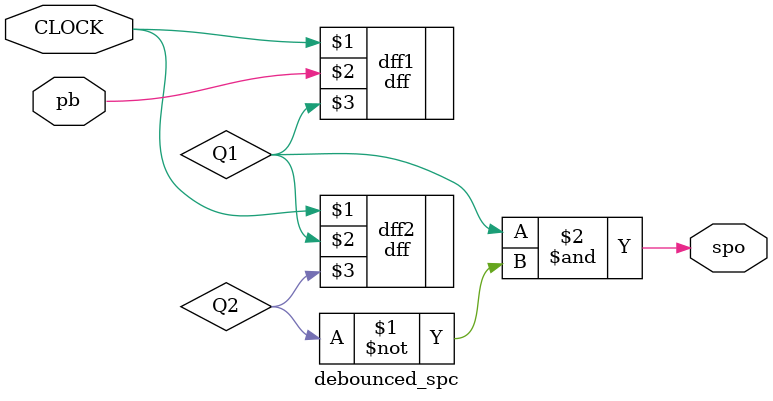
<source format=v>
`timescale 1ns / 1ps


module debounced_spc(
    input pb,
    input CLOCK,
    output spo // spo = single pulse output
    );
    wire Q1, Q2;
    
    dff dff1 (CLOCK, pb, Q1);
    dff dff2 (CLOCK, Q1, Q2);
    
    assign spo = Q1 & ~Q2;
endmodule

</source>
